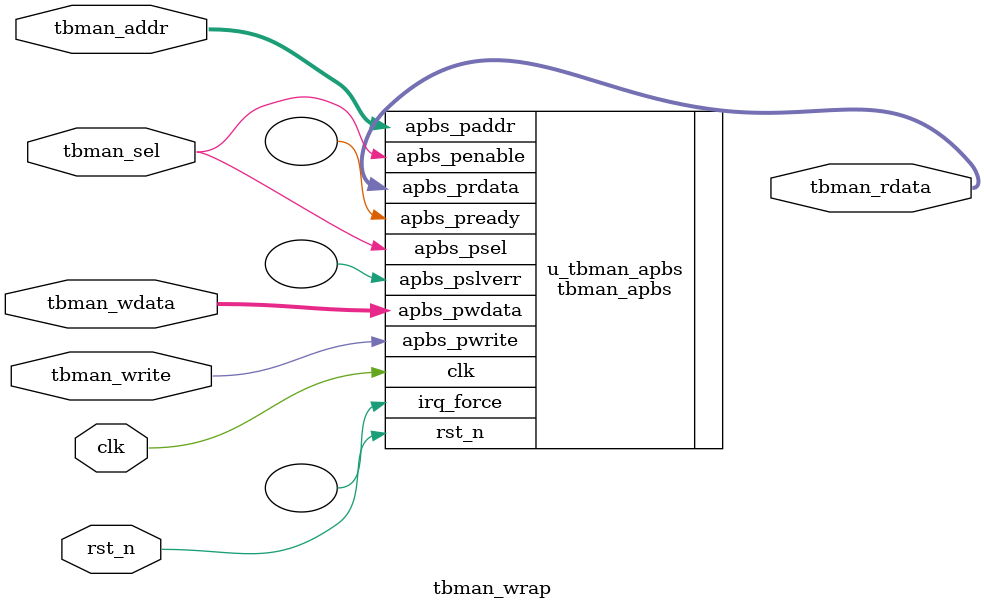
<source format=v>

module tbman_wrap (  //TBMAN
    input wire clk,
    input wire rst_n,

    // Native Port
    input wire tbman_sel,  // High Active
    input wire tbman_write, // Write : 1, Read : 0
    input wire [15:0] tbman_addr,
    input wire [31:0] tbman_wdata,
    output wire [31:0] tbman_rdata
);

    tbman_apbs u_tbman_apbs (
        .clk          (clk),
        .rst_n        (rst_n),

        .apbs_psel    (tbman_sel),
        .apbs_penable (tbman_sel),
        .apbs_pwrite  (tbman_write),
        .apbs_paddr   (tbman_addr),
        .apbs_pwdata  (tbman_wdata),
        .apbs_prdata  (tbman_rdata),
        .apbs_pready  (),
        .apbs_pslverr (),

        .irq_force ()
    );

endmodule

</source>
